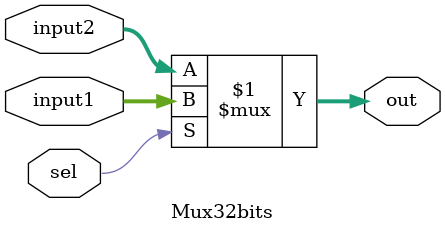
<source format=v>
`timescale 1ns / 1ps


module Mux32bits(
    input [31:0] input1,
    input [31:0] input2,
    input sel,
    output [31:0] out
    );
    
assign out = sel ? input1 : input2;
endmodule

</source>
